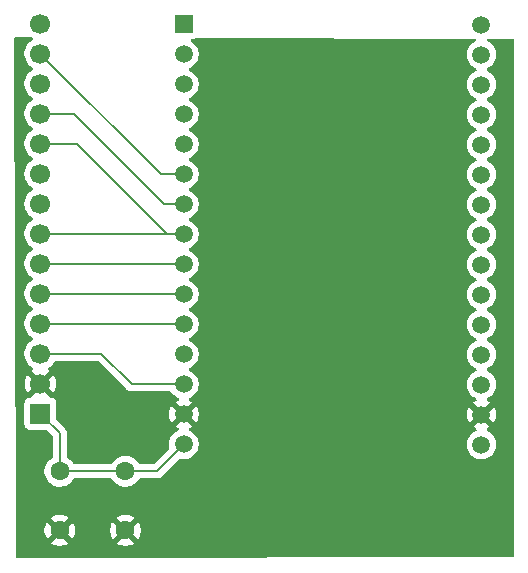
<source format=gbr>
%TF.GenerationSoftware,KiCad,Pcbnew,9.0.4*%
%TF.CreationDate,2026-02-18T17:55:14-08:00*%
%TF.ProjectId,Tool-Display-PCB,546f6f6c-2d44-4697-9370-6c61792d5043,rev?*%
%TF.SameCoordinates,Original*%
%TF.FileFunction,Copper,L1,Top*%
%TF.FilePolarity,Positive*%
%FSLAX46Y46*%
G04 Gerber Fmt 4.6, Leading zero omitted, Abs format (unit mm)*
G04 Created by KiCad (PCBNEW 9.0.4) date 2026-02-18 17:55:14*
%MOMM*%
%LPD*%
G01*
G04 APERTURE LIST*
%TA.AperFunction,ComponentPad*%
%ADD10C,1.600000*%
%TD*%
%TA.AperFunction,ComponentPad*%
%ADD11C,1.700000*%
%TD*%
%TA.AperFunction,ComponentPad*%
%ADD12R,1.700000X1.700000*%
%TD*%
%TA.AperFunction,ComponentPad*%
%ADD13C,1.500000*%
%TD*%
%TA.AperFunction,ComponentPad*%
%ADD14R,1.500000X1.500000*%
%TD*%
%TA.AperFunction,Conductor*%
%ADD15C,0.200000*%
%TD*%
G04 APERTURE END LIST*
D10*
%TO.P,C1,1*%
%TO.N,GND*%
X109990000Y-107530000D03*
%TO.P,C1,2*%
%TO.N,Net-(J1-Pin_1)*%
X109990000Y-102530000D03*
%TD*%
D11*
%TO.P,J1,CS,Pin_3*%
%TO.N,Net-(J1-Pin_3)*%
X102790000Y-92570000D03*
%TO.P,J1,DC,Pin_5*%
%TO.N,Net-(J1-Pin_5)*%
X102790000Y-87490000D03*
%TO.P,J1,GND,Pin_2*%
%TO.N,GND*%
X102790000Y-95110000D03*
%TO.P,J1,LED,Pin_8*%
%TO.N,Net-(J1-Pin_1)*%
X102790000Y-79870000D03*
%TO.P,J1,MISO,Pin_9*%
%TO.N,unconnected-(J1-Pin_9-PadMISO)*%
X102790000Y-77330000D03*
%TO.P,J1,MOSI,Pin_6*%
%TO.N,Net-(J1-Pin_12)*%
X102790000Y-84950000D03*
%TO.P,J1,RST,Pin_4*%
%TO.N,Net-(J1-Pin_4)*%
X102790000Y-90030000D03*
%TO.P,J1,SCK,Pin_7*%
%TO.N,Net-(J1-Pin_10)*%
X102790000Y-82410000D03*
%TO.P,J1,T_CLK,Pin_10*%
X102790000Y-74790000D03*
%TO.P,J1,T_CS*%
%TO.N,Net-(J2-Pin_9)*%
X102790000Y-72250000D03*
%TO.P,J1,T_DIN,Pin_12*%
%TO.N,Net-(J1-Pin_12)*%
X102790000Y-69710000D03*
%TO.P,J1,T_DO*%
%TO.N,Net-(J2-Pin_10)*%
X102790000Y-67170000D03*
%TO.P,J1,T_IRQ*%
%TO.N,unconnected-(J1-PadT_IRQ)*%
X102790000Y-64630000D03*
D12*
%TO.P,J1,VCC,Pin_1*%
%TO.N,Net-(J1-Pin_1)*%
X102790000Y-97650000D03*
%TD*%
D10*
%TO.P,C2,1*%
%TO.N,GND*%
X104430000Y-107530000D03*
%TO.P,C2,2*%
%TO.N,Net-(J1-Pin_1)*%
X104430000Y-102530000D03*
%TD*%
D13*
%TO.P,J2,1,Pin_17*%
%TO.N,unconnected-(J2-Pin_17-Pad1)*%
X140130000Y-69790000D03*
%TO.P,J2,2,Pin_27*%
%TO.N,unconnected-(J2-Pin_27-Pad2)*%
X140130000Y-92650000D03*
%TO.P,J2,3,Pin_18*%
%TO.N,unconnected-(J2-Pin_18-Pad3)*%
X140130000Y-72330000D03*
%TO.P,J2,3.3V*%
%TO.N,N/C*%
X140130000Y-100270000D03*
%TO.P,J2,4,Pin_25*%
%TO.N,unconnected-(J2-Pin_25-Pad4)*%
X140130000Y-90110000D03*
%TO.P,J2,5,Pin_22*%
%TO.N,unconnected-(J2-Pin_22-Pad5)*%
X140130000Y-82490000D03*
%TO.P,J2,12,Pin_4*%
%TO.N,unconnected-(J2-Pin_4-Pad12)*%
X114930000Y-92610000D03*
%TO.P,J2,13,Pin_3*%
%TO.N,Net-(J1-Pin_3)*%
X114930000Y-95150000D03*
%TO.P,J2,14,Pin_5*%
%TO.N,Net-(J1-Pin_4)*%
X114930000Y-90070000D03*
%TO.P,J2,15,Pin_28*%
%TO.N,unconnected-(J2-Pin_28-Pad15)*%
X140130000Y-95190000D03*
%TO.P,J2,16,Pin_24*%
%TO.N,unconnected-(J2-Pin_24-Pad16)*%
X140130000Y-87570000D03*
%TO.P,J2,17,Pin_23*%
%TO.N,unconnected-(J2-Pin_23-Pad17)*%
X140130000Y-85030000D03*
%TO.P,J2,18,Pin_21*%
%TO.N,unconnected-(J2-Pin_21-Pad18)*%
X140130000Y-79950000D03*
%TO.P,J2,19,Pin_20*%
%TO.N,unconnected-(J2-Pin_20-Pad19)*%
X140130000Y-77410000D03*
%TO.P,J2,21,Pin_19*%
%TO.N,unconnected-(J2-Pin_19-Pad21)*%
X140130000Y-74870000D03*
%TO.P,J2,22,Pin_16*%
%TO.N,unconnected-(J2-Pin_16-Pad22)*%
X140130000Y-67250000D03*
%TO.P,J2,23,Pin_15*%
%TO.N,unconnected-(J2-Pin_15-Pad23)*%
X140130000Y-64710000D03*
%TO.P,J2,25,Pin_8*%
%TO.N,Net-(J1-Pin_10)*%
X114930000Y-82450000D03*
%TO.P,J2,26,Pin_7*%
%TO.N,Net-(J1-Pin_12)*%
X114930000Y-84990000D03*
%TO.P,J2,27,Pin_6*%
%TO.N,Net-(J1-Pin_5)*%
X114930000Y-87530000D03*
%TO.P,J2,32,Pin_10*%
%TO.N,Net-(J2-Pin_10)*%
X114930000Y-77370000D03*
%TO.P,J2,33,Pin_9*%
%TO.N,Net-(J2-Pin_9)*%
X114930000Y-79910000D03*
%TO.P,J2,34,Pin_12*%
%TO.N,unconnected-(J2-Pin_12-Pad34)*%
X114930000Y-72290000D03*
%TO.P,J2,35,Pin_11*%
%TO.N,unconnected-(J2-Pin_11-Pad35)*%
X114930000Y-74830000D03*
%TO.P,J2,36,36*%
%TO.N,unconnected-(J2-Pad36)*%
X114930000Y-67210000D03*
%TO.P,J2,39,Pin_13*%
%TO.N,unconnected-(J2-Pin_13-Pad39)*%
X114930000Y-69750000D03*
D14*
%TO.P,J2,EN,Pin_15*%
%TO.N,unconnected-(J2-Pin_15-PadEN)*%
X114930000Y-64670000D03*
D13*
%TO.P,J2,GND,Pin_2*%
%TO.N,GND*%
X114930000Y-97690000D03*
X140130000Y-97730000D03*
%TO.P,J2,VIN,3.3*%
%TO.N,Net-(J1-Pin_1)*%
X114930000Y-100230000D03*
%TD*%
D15*
%TO.N,Net-(J1-Pin_1)*%
X104430000Y-102530000D02*
X104430000Y-99290000D01*
X112630000Y-102530000D02*
X109990000Y-102530000D01*
X114930000Y-100230000D02*
X112630000Y-102530000D01*
X104430000Y-99290000D02*
X102790000Y-97650000D01*
X109990000Y-102530000D02*
X104430000Y-102530000D01*
%TO.N,Net-(J1-Pin_10)*%
X114930000Y-82450000D02*
X102830000Y-82450000D01*
X102790000Y-74790000D02*
X105870000Y-74790000D01*
X105870000Y-74790000D02*
X113530000Y-82450000D01*
X102830000Y-82450000D02*
X102790000Y-82410000D01*
X113530000Y-82450000D02*
X114930000Y-82450000D01*
%TO.N,Net-(J2-Pin_10)*%
X112990000Y-77370000D02*
X102790000Y-67170000D01*
X114930000Y-77370000D02*
X112990000Y-77370000D01*
%TO.N,Net-(J2-Pin_9)*%
X105590000Y-72250000D02*
X102790000Y-72250000D01*
X113250000Y-79910000D02*
X105590000Y-72250000D01*
X114930000Y-79910000D02*
X113250000Y-79910000D01*
%TO.N,Net-(J1-Pin_5)*%
X102830000Y-87530000D02*
X102790000Y-87490000D01*
X114930000Y-87530000D02*
X102830000Y-87530000D01*
%TO.N,Net-(J1-Pin_4)*%
X114930000Y-90070000D02*
X102830000Y-90070000D01*
X102830000Y-90070000D02*
X102790000Y-90030000D01*
%TO.N,Net-(J1-Pin_12)*%
X114930000Y-84990000D02*
X102830000Y-84990000D01*
X102830000Y-84990000D02*
X102790000Y-84950000D01*
%TO.N,Net-(J1-Pin_3)*%
X107930000Y-92570000D02*
X102790000Y-92570000D01*
X110510000Y-95150000D02*
X107930000Y-92570000D01*
X114930000Y-95150000D02*
X110510000Y-95150000D01*
%TD*%
%TA.AperFunction,Conductor*%
%TO.N,GND*%
G36*
X101987932Y-65745504D02*
G01*
X102004945Y-65750569D01*
X102022699Y-65750615D01*
X102054766Y-65765358D01*
X102057596Y-65767187D01*
X102082184Y-65785051D01*
X102096613Y-65792402D01*
X102101956Y-65795856D01*
X102120782Y-65817695D01*
X102141742Y-65837491D01*
X102143311Y-65843830D01*
X102147576Y-65848777D01*
X102151605Y-65877325D01*
X102158536Y-65905312D01*
X102156429Y-65911494D01*
X102157342Y-65917961D01*
X102145299Y-65944153D01*
X102135998Y-65971447D01*
X102130882Y-65975509D01*
X102128155Y-65981442D01*
X102090946Y-66010484D01*
X102082182Y-66014949D01*
X101910213Y-66139890D01*
X101759890Y-66290213D01*
X101634951Y-66462179D01*
X101538444Y-66651585D01*
X101472753Y-66853760D01*
X101439500Y-67063713D01*
X101439500Y-67276286D01*
X101472753Y-67486239D01*
X101472753Y-67486241D01*
X101472754Y-67486243D01*
X101527431Y-67654522D01*
X101538444Y-67688414D01*
X101634951Y-67877820D01*
X101759890Y-68049786D01*
X101910213Y-68200109D01*
X102082182Y-68325050D01*
X102090946Y-68329516D01*
X102141742Y-68377491D01*
X102158536Y-68445312D01*
X102135998Y-68511447D01*
X102090946Y-68550484D01*
X102082182Y-68554949D01*
X101910213Y-68679890D01*
X101759890Y-68830213D01*
X101634951Y-69002179D01*
X101538444Y-69191585D01*
X101472753Y-69393760D01*
X101439500Y-69603713D01*
X101439500Y-69816286D01*
X101472753Y-70026239D01*
X101538444Y-70228414D01*
X101634951Y-70417820D01*
X101759890Y-70589786D01*
X101910213Y-70740109D01*
X102082182Y-70865050D01*
X102090946Y-70869516D01*
X102141742Y-70917491D01*
X102158536Y-70985312D01*
X102135998Y-71051447D01*
X102090946Y-71090484D01*
X102082182Y-71094949D01*
X101910213Y-71219890D01*
X101759890Y-71370213D01*
X101634951Y-71542179D01*
X101538444Y-71731585D01*
X101472753Y-71933760D01*
X101439500Y-72143713D01*
X101439500Y-72356286D01*
X101472753Y-72566239D01*
X101538444Y-72768414D01*
X101634951Y-72957820D01*
X101759890Y-73129786D01*
X101910213Y-73280109D01*
X102082182Y-73405050D01*
X102090946Y-73409516D01*
X102141742Y-73457491D01*
X102158536Y-73525312D01*
X102135998Y-73591447D01*
X102090946Y-73630484D01*
X102082182Y-73634949D01*
X101910213Y-73759890D01*
X101759890Y-73910213D01*
X101634951Y-74082179D01*
X101538444Y-74271585D01*
X101472753Y-74473760D01*
X101439500Y-74683713D01*
X101439500Y-74896286D01*
X101472753Y-75106239D01*
X101538444Y-75308414D01*
X101634951Y-75497820D01*
X101759890Y-75669786D01*
X101910213Y-75820109D01*
X102082182Y-75945050D01*
X102090946Y-75949516D01*
X102141742Y-75997491D01*
X102158536Y-76065312D01*
X102135998Y-76131447D01*
X102090946Y-76170484D01*
X102082182Y-76174949D01*
X101910213Y-76299890D01*
X101759890Y-76450213D01*
X101634951Y-76622179D01*
X101538444Y-76811585D01*
X101472753Y-77013760D01*
X101456374Y-77117173D01*
X101439500Y-77223713D01*
X101439500Y-77436287D01*
X101472754Y-77646243D01*
X101502800Y-77738716D01*
X101538444Y-77848414D01*
X101634951Y-78037820D01*
X101759890Y-78209786D01*
X101910213Y-78360109D01*
X102082182Y-78485050D01*
X102090946Y-78489516D01*
X102141742Y-78537491D01*
X102158536Y-78605312D01*
X102135998Y-78671447D01*
X102090946Y-78710484D01*
X102082182Y-78714949D01*
X101910213Y-78839890D01*
X101759890Y-78990213D01*
X101634951Y-79162179D01*
X101538444Y-79351585D01*
X101472753Y-79553760D01*
X101456374Y-79657173D01*
X101439500Y-79763713D01*
X101439500Y-79976287D01*
X101472754Y-80186243D01*
X101502800Y-80278716D01*
X101538444Y-80388414D01*
X101634951Y-80577820D01*
X101759890Y-80749786D01*
X101910213Y-80900109D01*
X102082182Y-81025050D01*
X102090946Y-81029516D01*
X102141742Y-81077491D01*
X102158536Y-81145312D01*
X102135998Y-81211447D01*
X102090946Y-81250484D01*
X102082182Y-81254949D01*
X101910213Y-81379890D01*
X101759890Y-81530213D01*
X101634951Y-81702179D01*
X101538444Y-81891585D01*
X101472753Y-82093760D01*
X101439500Y-82303713D01*
X101439500Y-82516286D01*
X101472753Y-82726239D01*
X101538444Y-82928414D01*
X101634951Y-83117820D01*
X101759890Y-83289786D01*
X101910213Y-83440109D01*
X102082182Y-83565050D01*
X102090946Y-83569516D01*
X102141742Y-83617491D01*
X102158536Y-83685312D01*
X102135998Y-83751447D01*
X102090946Y-83790484D01*
X102082182Y-83794949D01*
X101910213Y-83919890D01*
X101759890Y-84070213D01*
X101634951Y-84242179D01*
X101538444Y-84431585D01*
X101472753Y-84633760D01*
X101439500Y-84843713D01*
X101439500Y-85056286D01*
X101472753Y-85266239D01*
X101538444Y-85468414D01*
X101634951Y-85657820D01*
X101759890Y-85829786D01*
X101910213Y-85980109D01*
X102082182Y-86105050D01*
X102090946Y-86109516D01*
X102141742Y-86157491D01*
X102158536Y-86225312D01*
X102135998Y-86291447D01*
X102090946Y-86330484D01*
X102082182Y-86334949D01*
X101910213Y-86459890D01*
X101759890Y-86610213D01*
X101634951Y-86782179D01*
X101538444Y-86971585D01*
X101472753Y-87173760D01*
X101439500Y-87383713D01*
X101439500Y-87596286D01*
X101472753Y-87806239D01*
X101538444Y-88008414D01*
X101634951Y-88197820D01*
X101759890Y-88369786D01*
X101910213Y-88520109D01*
X102082182Y-88645050D01*
X102090946Y-88649516D01*
X102141742Y-88697491D01*
X102158536Y-88765312D01*
X102135998Y-88831447D01*
X102090946Y-88870484D01*
X102082182Y-88874949D01*
X101910213Y-88999890D01*
X101759890Y-89150213D01*
X101634951Y-89322179D01*
X101538444Y-89511585D01*
X101472753Y-89713760D01*
X101439500Y-89923713D01*
X101439500Y-90136286D01*
X101472753Y-90346239D01*
X101538444Y-90548414D01*
X101634951Y-90737820D01*
X101759890Y-90909786D01*
X101910213Y-91060109D01*
X102082182Y-91185050D01*
X102090946Y-91189516D01*
X102141742Y-91237491D01*
X102158536Y-91305312D01*
X102135998Y-91371447D01*
X102090946Y-91410484D01*
X102082182Y-91414949D01*
X101910213Y-91539890D01*
X101759890Y-91690213D01*
X101634951Y-91862179D01*
X101538444Y-92051585D01*
X101472753Y-92253760D01*
X101439500Y-92463713D01*
X101439500Y-92676286D01*
X101472753Y-92886239D01*
X101538444Y-93088414D01*
X101634951Y-93277820D01*
X101759890Y-93449786D01*
X101910213Y-93600109D01*
X102082179Y-93725048D01*
X102082181Y-93725049D01*
X102082184Y-93725051D01*
X102091493Y-93729794D01*
X102142290Y-93777766D01*
X102159087Y-93845587D01*
X102136552Y-93911722D01*
X102091505Y-93950760D01*
X102082446Y-93955376D01*
X102082440Y-93955380D01*
X102028282Y-93994727D01*
X102028282Y-93994728D01*
X102660591Y-94627037D01*
X102597007Y-94644075D01*
X102482993Y-94709901D01*
X102389901Y-94802993D01*
X102324075Y-94917007D01*
X102307037Y-94980591D01*
X101674728Y-94348282D01*
X101674727Y-94348282D01*
X101635380Y-94402439D01*
X101538904Y-94591782D01*
X101473242Y-94793869D01*
X101473242Y-94793872D01*
X101440000Y-95003753D01*
X101440000Y-95216246D01*
X101473242Y-95426127D01*
X101473242Y-95426130D01*
X101538904Y-95628217D01*
X101635375Y-95817550D01*
X101674728Y-95871716D01*
X102307037Y-95239408D01*
X102324075Y-95302993D01*
X102389901Y-95417007D01*
X102482993Y-95510099D01*
X102597007Y-95575925D01*
X102660590Y-95592962D01*
X101990370Y-96263181D01*
X101929047Y-96296666D01*
X101902698Y-96299500D01*
X101892134Y-96299500D01*
X101892123Y-96299501D01*
X101832516Y-96305908D01*
X101697671Y-96356202D01*
X101697664Y-96356206D01*
X101582455Y-96442452D01*
X101582452Y-96442455D01*
X101496206Y-96557664D01*
X101496202Y-96557671D01*
X101445908Y-96692517D01*
X101439501Y-96752116D01*
X101439501Y-96752123D01*
X101439500Y-96752135D01*
X101439500Y-98547870D01*
X101439501Y-98547876D01*
X101445908Y-98607483D01*
X101496202Y-98742328D01*
X101496206Y-98742335D01*
X101582452Y-98857544D01*
X101582455Y-98857547D01*
X101697664Y-98943793D01*
X101697671Y-98943797D01*
X101832517Y-98994091D01*
X101832516Y-98994091D01*
X101839444Y-98994835D01*
X101892127Y-99000500D01*
X103239902Y-99000499D01*
X103306941Y-99020184D01*
X103327583Y-99036818D01*
X103793181Y-99502416D01*
X103826666Y-99563739D01*
X103829500Y-99590097D01*
X103829500Y-101300397D01*
X103809815Y-101367436D01*
X103761800Y-101410879D01*
X103748389Y-101417712D01*
X103582786Y-101538028D01*
X103438028Y-101682786D01*
X103317715Y-101848386D01*
X103224781Y-102030776D01*
X103161522Y-102225465D01*
X103129500Y-102427648D01*
X103129500Y-102632351D01*
X103161522Y-102834534D01*
X103224781Y-103029223D01*
X103317715Y-103211613D01*
X103438028Y-103377213D01*
X103582786Y-103521971D01*
X103737749Y-103634556D01*
X103748390Y-103642287D01*
X103864607Y-103701503D01*
X103930776Y-103735218D01*
X103930778Y-103735218D01*
X103930781Y-103735220D01*
X104035137Y-103769127D01*
X104125465Y-103798477D01*
X104226557Y-103814488D01*
X104327648Y-103830500D01*
X104327649Y-103830500D01*
X104532351Y-103830500D01*
X104532352Y-103830500D01*
X104734534Y-103798477D01*
X104929219Y-103735220D01*
X105111610Y-103642287D01*
X105204590Y-103574732D01*
X105277213Y-103521971D01*
X105277215Y-103521968D01*
X105277219Y-103521966D01*
X105421966Y-103377219D01*
X105421968Y-103377215D01*
X105421971Y-103377213D01*
X105542284Y-103211614D01*
X105542285Y-103211613D01*
X105542287Y-103211610D01*
X105549117Y-103198204D01*
X105597091Y-103147409D01*
X105659602Y-103130500D01*
X108760398Y-103130500D01*
X108827437Y-103150185D01*
X108870883Y-103198205D01*
X108877715Y-103211614D01*
X108998028Y-103377213D01*
X109142786Y-103521971D01*
X109297749Y-103634556D01*
X109308390Y-103642287D01*
X109424607Y-103701503D01*
X109490776Y-103735218D01*
X109490778Y-103735218D01*
X109490781Y-103735220D01*
X109595137Y-103769127D01*
X109685465Y-103798477D01*
X109786557Y-103814488D01*
X109887648Y-103830500D01*
X109887649Y-103830500D01*
X110092351Y-103830500D01*
X110092352Y-103830500D01*
X110294534Y-103798477D01*
X110489219Y-103735220D01*
X110671610Y-103642287D01*
X110764590Y-103574732D01*
X110837213Y-103521971D01*
X110837215Y-103521968D01*
X110837219Y-103521966D01*
X110981966Y-103377219D01*
X110981968Y-103377215D01*
X110981971Y-103377213D01*
X111102284Y-103211614D01*
X111102285Y-103211613D01*
X111102287Y-103211610D01*
X111109117Y-103198204D01*
X111157091Y-103147409D01*
X111219602Y-103130500D01*
X112543331Y-103130500D01*
X112543347Y-103130501D01*
X112550943Y-103130501D01*
X112709054Y-103130501D01*
X112709057Y-103130501D01*
X112861785Y-103089577D01*
X112911904Y-103060639D01*
X112998716Y-103010520D01*
X113110520Y-102898716D01*
X113110520Y-102898714D01*
X113120728Y-102888507D01*
X113120730Y-102888504D01*
X114525468Y-101483765D01*
X114586789Y-101450282D01*
X114632546Y-101448975D01*
X114637168Y-101449707D01*
X114637174Y-101449709D01*
X114754642Y-101468313D01*
X114831579Y-101480500D01*
X114831583Y-101480500D01*
X115028422Y-101480500D01*
X115222826Y-101449709D01*
X115225085Y-101448975D01*
X115410025Y-101388884D01*
X115585405Y-101299524D01*
X115744646Y-101183828D01*
X115883828Y-101044646D01*
X115999524Y-100885405D01*
X116088884Y-100710025D01*
X116149709Y-100522826D01*
X116180500Y-100328422D01*
X116180500Y-100131577D01*
X116149709Y-99937173D01*
X116088882Y-99749970D01*
X116019904Y-99614594D01*
X115999524Y-99574595D01*
X115883828Y-99415354D01*
X115744646Y-99276172D01*
X115585405Y-99160476D01*
X115410025Y-99071116D01*
X115410024Y-99071115D01*
X115408235Y-99070204D01*
X115357439Y-99022230D01*
X115340644Y-98954409D01*
X115363181Y-98888274D01*
X115408236Y-98849234D01*
X115585141Y-98759097D01*
X115620125Y-98733678D01*
X115620126Y-98733678D01*
X115018585Y-98132137D01*
X115103694Y-98109333D01*
X115206306Y-98050090D01*
X115290090Y-97966306D01*
X115349333Y-97863694D01*
X115372137Y-97778585D01*
X115973678Y-98380126D01*
X115973678Y-98380125D01*
X115999095Y-98345143D01*
X116088418Y-98169835D01*
X116149221Y-97982705D01*
X116180000Y-97788382D01*
X116180000Y-97591617D01*
X116149221Y-97397294D01*
X116088418Y-97210164D01*
X115999096Y-97034858D01*
X115973678Y-96999873D01*
X115973677Y-96999873D01*
X115372137Y-97601413D01*
X115349333Y-97516306D01*
X115290090Y-97413694D01*
X115206306Y-97329910D01*
X115103694Y-97270667D01*
X115018584Y-97247861D01*
X115620125Y-96646320D01*
X115620125Y-96646319D01*
X115585145Y-96620905D01*
X115408235Y-96530765D01*
X115357439Y-96482790D01*
X115340644Y-96414969D01*
X115363182Y-96348834D01*
X115408236Y-96309795D01*
X115410022Y-96308884D01*
X115410025Y-96308884D01*
X115585405Y-96219524D01*
X115744646Y-96103828D01*
X115883828Y-95964646D01*
X115999524Y-95805405D01*
X116088884Y-95630025D01*
X116149709Y-95442826D01*
X116153798Y-95417007D01*
X116180500Y-95248422D01*
X116180500Y-95051577D01*
X116149709Y-94857173D01*
X116088882Y-94669970D01*
X116008994Y-94513181D01*
X115999524Y-94494595D01*
X115883828Y-94335354D01*
X115744646Y-94196172D01*
X115640457Y-94120474D01*
X115585403Y-94080474D01*
X115408787Y-93990485D01*
X115357990Y-93942511D01*
X115341195Y-93874690D01*
X115363732Y-93808555D01*
X115408787Y-93769515D01*
X115585403Y-93679525D01*
X115585402Y-93679525D01*
X115585405Y-93679524D01*
X115744646Y-93563828D01*
X115883828Y-93424646D01*
X115999524Y-93265405D01*
X116088884Y-93090025D01*
X116149709Y-92902826D01*
X116180500Y-92708422D01*
X116180500Y-92511577D01*
X116149709Y-92317173D01*
X116088882Y-92129970D01*
X116041743Y-92037455D01*
X115999524Y-91954595D01*
X115883828Y-91795354D01*
X115744646Y-91656172D01*
X115640457Y-91580474D01*
X115585403Y-91540474D01*
X115408787Y-91450485D01*
X115357990Y-91402511D01*
X115341195Y-91334690D01*
X115363732Y-91268555D01*
X115408787Y-91229515D01*
X115585403Y-91139525D01*
X115585402Y-91139525D01*
X115585405Y-91139524D01*
X115744646Y-91023828D01*
X115883828Y-90884646D01*
X115999524Y-90725405D01*
X116088884Y-90550025D01*
X116149709Y-90362826D01*
X116180500Y-90168422D01*
X116180500Y-89971577D01*
X116149709Y-89777173D01*
X116088882Y-89589970D01*
X116017469Y-89449815D01*
X115999524Y-89414595D01*
X115883828Y-89255354D01*
X115744646Y-89116172D01*
X115640457Y-89040474D01*
X115585403Y-89000474D01*
X115408787Y-88910485D01*
X115357990Y-88862511D01*
X115341195Y-88794690D01*
X115363732Y-88728555D01*
X115408787Y-88689515D01*
X115585403Y-88599525D01*
X115585402Y-88599525D01*
X115585405Y-88599524D01*
X115744646Y-88483828D01*
X115883828Y-88344646D01*
X115999524Y-88185405D01*
X116088884Y-88010025D01*
X116149709Y-87822826D01*
X116180500Y-87628422D01*
X116180500Y-87431577D01*
X116149709Y-87237173D01*
X116088882Y-87049970D01*
X116017469Y-86909815D01*
X115999524Y-86874595D01*
X115883828Y-86715354D01*
X115744646Y-86576172D01*
X115640457Y-86500474D01*
X115585403Y-86460474D01*
X115408787Y-86370485D01*
X115357990Y-86322511D01*
X115341195Y-86254690D01*
X115363732Y-86188555D01*
X115408787Y-86149515D01*
X115585403Y-86059525D01*
X115585402Y-86059525D01*
X115585405Y-86059524D01*
X115744646Y-85943828D01*
X115883828Y-85804646D01*
X115999524Y-85645405D01*
X116088884Y-85470025D01*
X116149709Y-85282826D01*
X116180500Y-85088422D01*
X116180500Y-84891577D01*
X116149709Y-84697173D01*
X116088882Y-84509970D01*
X116017469Y-84369815D01*
X115999524Y-84334595D01*
X115883828Y-84175354D01*
X115744646Y-84036172D01*
X115640457Y-83960474D01*
X115585403Y-83920474D01*
X115408787Y-83830485D01*
X115357990Y-83782511D01*
X115341195Y-83714690D01*
X115363732Y-83648555D01*
X115408787Y-83609515D01*
X115585403Y-83519525D01*
X115585402Y-83519525D01*
X115585405Y-83519524D01*
X115744646Y-83403828D01*
X115883828Y-83264646D01*
X115999524Y-83105405D01*
X116088884Y-82930025D01*
X116149709Y-82742826D01*
X116180500Y-82548422D01*
X116180500Y-82351577D01*
X116149709Y-82157173D01*
X116088882Y-81969970D01*
X116014897Y-81824767D01*
X115999524Y-81794595D01*
X115883828Y-81635354D01*
X115744646Y-81496172D01*
X115640457Y-81420474D01*
X115585403Y-81380474D01*
X115408787Y-81290485D01*
X115357990Y-81242511D01*
X115341195Y-81174690D01*
X115363732Y-81108555D01*
X115408787Y-81069515D01*
X115585403Y-80979525D01*
X115585402Y-80979525D01*
X115585405Y-80979524D01*
X115744646Y-80863828D01*
X115883828Y-80724646D01*
X115999524Y-80565405D01*
X116088884Y-80390025D01*
X116149709Y-80202826D01*
X116180500Y-80008422D01*
X116180500Y-79811577D01*
X116149709Y-79617173D01*
X116088882Y-79429970D01*
X116003157Y-79261726D01*
X115999524Y-79254595D01*
X115883828Y-79095354D01*
X115744646Y-78956172D01*
X115640457Y-78880474D01*
X115585403Y-78840474D01*
X115408787Y-78750485D01*
X115357990Y-78702511D01*
X115341195Y-78634690D01*
X115363732Y-78568555D01*
X115408787Y-78529515D01*
X115585403Y-78439525D01*
X115585402Y-78439525D01*
X115585405Y-78439524D01*
X115744646Y-78323828D01*
X115883828Y-78184646D01*
X115999524Y-78025405D01*
X116088884Y-77850025D01*
X116149709Y-77662826D01*
X116180500Y-77468422D01*
X116180500Y-77271577D01*
X116149709Y-77077173D01*
X116088882Y-76889970D01*
X116008994Y-76733181D01*
X115999524Y-76714595D01*
X115883828Y-76555354D01*
X115744646Y-76416172D01*
X115640457Y-76340474D01*
X115585403Y-76300474D01*
X115408787Y-76210485D01*
X115357990Y-76162511D01*
X115341195Y-76094690D01*
X115363732Y-76028555D01*
X115408787Y-75989515D01*
X115585403Y-75899525D01*
X115585402Y-75899525D01*
X115585405Y-75899524D01*
X115744646Y-75783828D01*
X115883828Y-75644646D01*
X115999524Y-75485405D01*
X116088884Y-75310025D01*
X116149709Y-75122826D01*
X116180500Y-74928422D01*
X116180500Y-74731577D01*
X116149709Y-74537173D01*
X116088882Y-74349970D01*
X116041743Y-74257455D01*
X115999524Y-74174595D01*
X115883828Y-74015354D01*
X115744646Y-73876172D01*
X115640457Y-73800474D01*
X115585403Y-73760474D01*
X115408787Y-73670485D01*
X115357990Y-73622511D01*
X115341195Y-73554690D01*
X115363732Y-73488555D01*
X115408787Y-73449515D01*
X115585403Y-73359525D01*
X115585402Y-73359525D01*
X115585405Y-73359524D01*
X115744646Y-73243828D01*
X115883828Y-73104646D01*
X115999524Y-72945405D01*
X116088884Y-72770025D01*
X116149709Y-72582826D01*
X116180500Y-72388422D01*
X116180500Y-72191577D01*
X116149709Y-71997173D01*
X116088882Y-71809970D01*
X116041743Y-71717455D01*
X115999524Y-71634595D01*
X115883828Y-71475354D01*
X115744646Y-71336172D01*
X115640457Y-71260474D01*
X115585403Y-71220474D01*
X115408787Y-71130485D01*
X115357990Y-71082511D01*
X115341195Y-71014690D01*
X115363732Y-70948555D01*
X115408787Y-70909515D01*
X115585403Y-70819525D01*
X115585402Y-70819525D01*
X115585405Y-70819524D01*
X115744646Y-70703828D01*
X115883828Y-70564646D01*
X115999524Y-70405405D01*
X116088884Y-70230025D01*
X116149709Y-70042826D01*
X116180500Y-69848422D01*
X116180500Y-69651577D01*
X116149709Y-69457173D01*
X116088882Y-69269970D01*
X115999523Y-69094594D01*
X115883828Y-68935354D01*
X115744646Y-68796172D01*
X115640457Y-68720474D01*
X115585403Y-68680474D01*
X115408787Y-68590485D01*
X115357990Y-68542511D01*
X115341195Y-68474690D01*
X115363732Y-68408555D01*
X115408787Y-68369515D01*
X115585403Y-68279525D01*
X115585402Y-68279525D01*
X115585405Y-68279524D01*
X115744646Y-68163828D01*
X115883828Y-68024646D01*
X115999524Y-67865405D01*
X116088884Y-67690025D01*
X116149709Y-67502826D01*
X116180500Y-67308422D01*
X116180500Y-67111577D01*
X116149709Y-66917173D01*
X116088882Y-66729970D01*
X115999523Y-66554594D01*
X115883828Y-66395354D01*
X115744646Y-66256172D01*
X115591377Y-66144815D01*
X115548714Y-66089487D01*
X115542735Y-66019873D01*
X115575341Y-65958078D01*
X115636180Y-65923721D01*
X115664264Y-65920499D01*
X115727872Y-65920499D01*
X115787483Y-65914091D01*
X115922331Y-65863796D01*
X115976389Y-65823328D01*
X116041848Y-65798912D01*
X116051135Y-65798597D01*
X139534049Y-65887254D01*
X139601013Y-65907191D01*
X139646568Y-65960168D01*
X139656250Y-66029363D01*
X139626986Y-66092809D01*
X139589875Y-66121738D01*
X139474594Y-66180476D01*
X139383741Y-66246485D01*
X139315354Y-66296172D01*
X139315352Y-66296174D01*
X139315351Y-66296174D01*
X139176174Y-66435351D01*
X139176174Y-66435352D01*
X139176172Y-66435354D01*
X139156679Y-66462184D01*
X139060476Y-66594594D01*
X138971117Y-66769970D01*
X138910290Y-66957173D01*
X138879500Y-67151577D01*
X138879500Y-67348422D01*
X138910290Y-67542826D01*
X138971117Y-67730029D01*
X139040095Y-67865405D01*
X139060476Y-67905405D01*
X139176172Y-68064646D01*
X139315354Y-68203828D01*
X139474595Y-68319524D01*
X139588362Y-68377491D01*
X139651213Y-68409515D01*
X139702009Y-68457489D01*
X139718804Y-68525310D01*
X139696267Y-68591445D01*
X139651213Y-68630485D01*
X139474594Y-68720476D01*
X139383741Y-68786485D01*
X139315354Y-68836172D01*
X139315352Y-68836174D01*
X139315351Y-68836174D01*
X139176174Y-68975351D01*
X139176174Y-68975352D01*
X139176172Y-68975354D01*
X139156679Y-69002184D01*
X139060476Y-69134594D01*
X138971117Y-69309970D01*
X138910290Y-69497173D01*
X138879500Y-69691577D01*
X138879500Y-69888422D01*
X138910290Y-70082826D01*
X138971117Y-70270029D01*
X139040095Y-70405405D01*
X139060476Y-70445405D01*
X139176172Y-70604646D01*
X139315354Y-70743828D01*
X139474595Y-70859524D01*
X139588362Y-70917491D01*
X139651213Y-70949515D01*
X139702009Y-70997489D01*
X139718804Y-71065310D01*
X139696267Y-71131445D01*
X139651213Y-71170485D01*
X139474594Y-71260476D01*
X139383741Y-71326485D01*
X139315354Y-71376172D01*
X139315352Y-71376174D01*
X139315351Y-71376174D01*
X139176174Y-71515351D01*
X139176174Y-71515352D01*
X139176172Y-71515354D01*
X139156679Y-71542184D01*
X139060476Y-71674594D01*
X138971117Y-71849970D01*
X138910290Y-72037173D01*
X138879500Y-72231577D01*
X138879500Y-72428422D01*
X138910290Y-72622826D01*
X138971117Y-72810029D01*
X139010244Y-72886819D01*
X139060476Y-72985405D01*
X139176172Y-73144646D01*
X139315354Y-73283828D01*
X139474595Y-73399524D01*
X139588362Y-73457491D01*
X139651213Y-73489515D01*
X139702009Y-73537489D01*
X139718804Y-73605310D01*
X139696267Y-73671445D01*
X139651213Y-73710485D01*
X139474594Y-73800476D01*
X139383741Y-73866485D01*
X139315354Y-73916172D01*
X139315352Y-73916174D01*
X139315351Y-73916174D01*
X139176174Y-74055351D01*
X139176174Y-74055352D01*
X139176172Y-74055354D01*
X139156679Y-74082184D01*
X139060476Y-74214594D01*
X138971117Y-74389970D01*
X138910290Y-74577173D01*
X138879500Y-74771577D01*
X138879500Y-74968422D01*
X138910290Y-75162826D01*
X138971117Y-75350029D01*
X139010244Y-75426819D01*
X139060476Y-75525405D01*
X139176172Y-75684646D01*
X139315354Y-75823828D01*
X139474595Y-75939524D01*
X139588362Y-75997491D01*
X139651213Y-76029515D01*
X139702009Y-76077489D01*
X139718804Y-76145310D01*
X139696267Y-76211445D01*
X139651213Y-76250485D01*
X139474594Y-76340476D01*
X139383741Y-76406485D01*
X139315354Y-76456172D01*
X139315352Y-76456174D01*
X139315351Y-76456174D01*
X139176174Y-76595351D01*
X139176174Y-76595352D01*
X139176172Y-76595354D01*
X139156679Y-76622184D01*
X139060476Y-76754594D01*
X138971117Y-76929970D01*
X138910290Y-77117173D01*
X138879500Y-77311577D01*
X138879500Y-77508422D01*
X138910290Y-77702826D01*
X138971117Y-77890029D01*
X139040095Y-78025405D01*
X139060476Y-78065405D01*
X139176172Y-78224646D01*
X139315354Y-78363828D01*
X139474595Y-78479524D01*
X139588362Y-78537491D01*
X139651213Y-78569515D01*
X139702009Y-78617489D01*
X139718804Y-78685310D01*
X139696267Y-78751445D01*
X139651213Y-78790485D01*
X139474594Y-78880476D01*
X139383741Y-78946485D01*
X139315354Y-78996172D01*
X139315352Y-78996174D01*
X139315351Y-78996174D01*
X139176174Y-79135351D01*
X139176174Y-79135352D01*
X139176172Y-79135354D01*
X139156679Y-79162184D01*
X139060476Y-79294594D01*
X138971117Y-79469970D01*
X138910290Y-79657173D01*
X138879500Y-79851577D01*
X138879500Y-80048422D01*
X138910290Y-80242826D01*
X138971117Y-80430029D01*
X139040095Y-80565405D01*
X139060476Y-80605405D01*
X139176172Y-80764646D01*
X139315354Y-80903828D01*
X139474595Y-81019524D01*
X139588362Y-81077491D01*
X139651213Y-81109515D01*
X139702009Y-81157489D01*
X139718804Y-81225310D01*
X139696267Y-81291445D01*
X139651213Y-81330485D01*
X139474594Y-81420476D01*
X139383741Y-81486485D01*
X139315354Y-81536172D01*
X139315352Y-81536174D01*
X139315351Y-81536174D01*
X139176174Y-81675351D01*
X139176174Y-81675352D01*
X139176172Y-81675354D01*
X139156682Y-81702180D01*
X139060476Y-81834594D01*
X138971117Y-82009970D01*
X138910290Y-82197173D01*
X138879500Y-82391577D01*
X138879500Y-82588422D01*
X138910290Y-82782826D01*
X138971117Y-82970029D01*
X139040095Y-83105405D01*
X139060476Y-83145405D01*
X139176172Y-83304646D01*
X139315354Y-83443828D01*
X139474595Y-83559524D01*
X139588362Y-83617491D01*
X139651213Y-83649515D01*
X139702009Y-83697489D01*
X139718804Y-83765310D01*
X139696267Y-83831445D01*
X139651213Y-83870485D01*
X139474594Y-83960476D01*
X139383741Y-84026485D01*
X139315354Y-84076172D01*
X139315352Y-84076174D01*
X139315351Y-84076174D01*
X139176174Y-84215351D01*
X139176174Y-84215352D01*
X139176172Y-84215354D01*
X139156682Y-84242180D01*
X139060476Y-84374594D01*
X138971117Y-84549970D01*
X138910290Y-84737173D01*
X138879500Y-84931577D01*
X138879500Y-85128422D01*
X138910290Y-85322826D01*
X138971117Y-85510029D01*
X139040095Y-85645405D01*
X139060476Y-85685405D01*
X139176172Y-85844646D01*
X139315354Y-85983828D01*
X139474595Y-86099524D01*
X139588362Y-86157491D01*
X139651213Y-86189515D01*
X139702009Y-86237489D01*
X139718804Y-86305310D01*
X139696267Y-86371445D01*
X139651213Y-86410485D01*
X139474594Y-86500476D01*
X139383741Y-86566485D01*
X139315354Y-86616172D01*
X139315352Y-86616174D01*
X139315351Y-86616174D01*
X139176174Y-86755351D01*
X139176174Y-86755352D01*
X139176172Y-86755354D01*
X139156682Y-86782180D01*
X139060476Y-86914594D01*
X138971117Y-87089970D01*
X138910290Y-87277173D01*
X138879500Y-87471577D01*
X138879500Y-87668422D01*
X138910290Y-87862826D01*
X138971117Y-88050029D01*
X139040095Y-88185405D01*
X139060476Y-88225405D01*
X139176172Y-88384646D01*
X139315354Y-88523828D01*
X139474595Y-88639524D01*
X139588362Y-88697491D01*
X139651213Y-88729515D01*
X139702009Y-88777489D01*
X139718804Y-88845310D01*
X139696267Y-88911445D01*
X139651213Y-88950485D01*
X139474594Y-89040476D01*
X139383741Y-89106485D01*
X139315354Y-89156172D01*
X139315352Y-89156174D01*
X139315351Y-89156174D01*
X139176174Y-89295351D01*
X139176174Y-89295352D01*
X139176172Y-89295354D01*
X139156682Y-89322180D01*
X139060476Y-89454594D01*
X138971117Y-89629970D01*
X138910290Y-89817173D01*
X138879500Y-90011577D01*
X138879500Y-90208422D01*
X138910290Y-90402826D01*
X138971117Y-90590029D01*
X139040095Y-90725405D01*
X139060476Y-90765405D01*
X139176172Y-90924646D01*
X139315354Y-91063828D01*
X139474595Y-91179524D01*
X139588362Y-91237491D01*
X139651213Y-91269515D01*
X139702009Y-91317489D01*
X139718804Y-91385310D01*
X139696267Y-91451445D01*
X139651213Y-91490485D01*
X139474594Y-91580476D01*
X139383741Y-91646485D01*
X139315354Y-91696172D01*
X139315352Y-91696174D01*
X139315351Y-91696174D01*
X139176174Y-91835351D01*
X139176174Y-91835352D01*
X139176172Y-91835354D01*
X139156679Y-91862184D01*
X139060476Y-91994594D01*
X138971117Y-92169970D01*
X138910290Y-92357173D01*
X138879500Y-92551577D01*
X138879500Y-92748422D01*
X138910290Y-92942826D01*
X138971117Y-93130029D01*
X139010244Y-93206819D01*
X139060476Y-93305405D01*
X139176172Y-93464646D01*
X139315354Y-93603828D01*
X139474595Y-93719524D01*
X139588902Y-93777766D01*
X139651213Y-93809515D01*
X139702009Y-93857489D01*
X139718804Y-93925310D01*
X139696267Y-93991445D01*
X139651213Y-94030485D01*
X139474594Y-94120476D01*
X139383741Y-94186485D01*
X139315354Y-94236172D01*
X139315352Y-94236174D01*
X139315351Y-94236174D01*
X139176174Y-94375351D01*
X139176174Y-94375352D01*
X139176172Y-94375354D01*
X139126485Y-94443741D01*
X139060476Y-94534594D01*
X138971117Y-94709970D01*
X138910290Y-94897173D01*
X138879500Y-95091577D01*
X138879500Y-95288422D01*
X138910290Y-95482826D01*
X138971117Y-95670029D01*
X139040095Y-95805405D01*
X139060476Y-95845405D01*
X139176172Y-96004646D01*
X139315354Y-96143828D01*
X139434784Y-96230600D01*
X139474596Y-96259525D01*
X139651763Y-96349795D01*
X139702560Y-96397769D01*
X139719355Y-96465590D01*
X139696818Y-96531725D01*
X139651764Y-96570765D01*
X139474859Y-96660902D01*
X139439873Y-96686320D01*
X139439872Y-96686320D01*
X140041415Y-97287861D01*
X139956306Y-97310667D01*
X139853694Y-97369910D01*
X139769910Y-97453694D01*
X139710667Y-97556306D01*
X139687861Y-97641414D01*
X139086320Y-97039872D01*
X139086320Y-97039873D01*
X139060902Y-97074859D01*
X139060899Y-97074863D01*
X138971582Y-97250161D01*
X138910778Y-97437294D01*
X138880000Y-97631617D01*
X138880000Y-97828382D01*
X138910778Y-98022705D01*
X138971581Y-98209835D01*
X139060905Y-98385145D01*
X139086319Y-98420125D01*
X139086320Y-98420125D01*
X139687861Y-97818584D01*
X139710667Y-97903694D01*
X139769910Y-98006306D01*
X139853694Y-98090090D01*
X139956306Y-98149333D01*
X140041414Y-98172137D01*
X139439873Y-98773677D01*
X139439873Y-98773678D01*
X139474858Y-98799096D01*
X139651764Y-98889234D01*
X139702560Y-98937209D01*
X139719355Y-99005030D01*
X139696818Y-99071164D01*
X139651764Y-99110204D01*
X139474594Y-99200476D01*
X139460188Y-99210943D01*
X139315354Y-99316172D01*
X139315352Y-99316174D01*
X139315351Y-99316174D01*
X139176174Y-99455351D01*
X139176174Y-99455352D01*
X139176172Y-99455354D01*
X139141979Y-99502416D01*
X139060476Y-99614594D01*
X138971117Y-99789970D01*
X138910290Y-99977173D01*
X138879500Y-100171577D01*
X138879500Y-100368422D01*
X138910290Y-100562826D01*
X138971117Y-100750029D01*
X139040095Y-100885405D01*
X139060476Y-100925405D01*
X139176172Y-101084646D01*
X139315354Y-101223828D01*
X139474595Y-101339524D01*
X139529376Y-101367436D01*
X139649970Y-101428882D01*
X139649972Y-101428882D01*
X139649975Y-101428884D01*
X139715831Y-101450282D01*
X139837173Y-101489709D01*
X140031578Y-101520500D01*
X140031583Y-101520500D01*
X140228422Y-101520500D01*
X140422826Y-101489709D01*
X140451168Y-101480500D01*
X140610025Y-101428884D01*
X140785405Y-101339524D01*
X140944646Y-101223828D01*
X141083828Y-101084646D01*
X141199524Y-100925405D01*
X141288884Y-100750025D01*
X141349709Y-100562826D01*
X141380500Y-100368422D01*
X141380500Y-100171577D01*
X141349709Y-99977173D01*
X141288882Y-99789970D01*
X141199523Y-99614594D01*
X141170461Y-99574594D01*
X141083828Y-99455354D01*
X140944646Y-99316172D01*
X140785405Y-99200476D01*
X140610025Y-99111116D01*
X140610024Y-99111115D01*
X140608235Y-99110204D01*
X140557439Y-99062230D01*
X140540644Y-98994409D01*
X140563181Y-98928274D01*
X140608236Y-98889234D01*
X140785141Y-98799097D01*
X140820125Y-98773678D01*
X140820126Y-98773678D01*
X140218585Y-98172137D01*
X140303694Y-98149333D01*
X140406306Y-98090090D01*
X140490090Y-98006306D01*
X140549333Y-97903694D01*
X140572137Y-97818585D01*
X141173678Y-98420126D01*
X141173678Y-98420125D01*
X141199095Y-98385143D01*
X141288418Y-98209835D01*
X141349221Y-98022705D01*
X141380000Y-97828382D01*
X141380000Y-97631617D01*
X141349221Y-97437294D01*
X141288418Y-97250164D01*
X141199096Y-97074858D01*
X141173678Y-97039873D01*
X141173677Y-97039873D01*
X140572137Y-97641413D01*
X140549333Y-97556306D01*
X140490090Y-97453694D01*
X140406306Y-97369910D01*
X140303694Y-97310667D01*
X140218584Y-97287861D01*
X140820125Y-96686320D01*
X140820125Y-96686319D01*
X140785145Y-96660905D01*
X140608235Y-96570765D01*
X140557439Y-96522790D01*
X140540644Y-96454969D01*
X140563182Y-96388834D01*
X140608236Y-96349795D01*
X140610022Y-96348884D01*
X140610025Y-96348884D01*
X140785405Y-96259524D01*
X140944646Y-96143828D01*
X141083828Y-96004646D01*
X141199524Y-95845405D01*
X141288884Y-95670025D01*
X141349709Y-95482826D01*
X141360134Y-95417007D01*
X141380500Y-95288422D01*
X141380500Y-95091577D01*
X141349709Y-94897173D01*
X141288882Y-94709970D01*
X141241743Y-94617455D01*
X141199524Y-94534595D01*
X141083828Y-94375354D01*
X140944646Y-94236172D01*
X140865025Y-94178324D01*
X140785403Y-94120474D01*
X140608787Y-94030485D01*
X140557990Y-93982511D01*
X140541195Y-93914690D01*
X140563732Y-93848555D01*
X140608787Y-93809515D01*
X140774558Y-93725051D01*
X140785405Y-93719524D01*
X140944646Y-93603828D01*
X141083828Y-93464646D01*
X141199524Y-93305405D01*
X141288884Y-93130025D01*
X141349709Y-92942826D01*
X141358671Y-92886243D01*
X141380500Y-92748422D01*
X141380500Y-92551577D01*
X141349709Y-92357173D01*
X141321487Y-92270317D01*
X141288884Y-92169975D01*
X141288882Y-92169972D01*
X141288882Y-92169970D01*
X141222332Y-92039358D01*
X141199524Y-91994595D01*
X141083828Y-91835354D01*
X140944646Y-91696172D01*
X140865025Y-91638324D01*
X140785403Y-91580474D01*
X140608787Y-91490485D01*
X140557990Y-91442511D01*
X140541195Y-91374690D01*
X140563732Y-91308555D01*
X140608787Y-91269515D01*
X140785403Y-91179525D01*
X140785402Y-91179525D01*
X140785405Y-91179524D01*
X140944646Y-91063828D01*
X141083828Y-90924646D01*
X141199524Y-90765405D01*
X141288884Y-90590025D01*
X141349709Y-90402826D01*
X141358671Y-90346243D01*
X141380500Y-90208422D01*
X141380500Y-90011577D01*
X141349709Y-89817173D01*
X141321487Y-89730317D01*
X141288884Y-89629975D01*
X141288882Y-89629972D01*
X141288882Y-89629970D01*
X141199523Y-89454594D01*
X141161162Y-89401795D01*
X141083828Y-89295354D01*
X140944646Y-89156172D01*
X140865025Y-89098324D01*
X140785403Y-89040474D01*
X140608787Y-88950485D01*
X140557990Y-88902511D01*
X140541195Y-88834690D01*
X140563732Y-88768555D01*
X140608787Y-88729515D01*
X140785403Y-88639525D01*
X140785402Y-88639525D01*
X140785405Y-88639524D01*
X140944646Y-88523828D01*
X141083828Y-88384646D01*
X141199524Y-88225405D01*
X141288884Y-88050025D01*
X141349709Y-87862826D01*
X141358671Y-87806243D01*
X141380500Y-87668422D01*
X141380500Y-87471577D01*
X141349709Y-87277173D01*
X141321487Y-87190317D01*
X141288884Y-87089975D01*
X141288882Y-87089972D01*
X141288882Y-87089970D01*
X141199523Y-86914594D01*
X141161162Y-86861795D01*
X141083828Y-86755354D01*
X140944646Y-86616172D01*
X140865025Y-86558324D01*
X140785403Y-86500474D01*
X140608787Y-86410485D01*
X140557990Y-86362511D01*
X140541195Y-86294690D01*
X140563732Y-86228555D01*
X140608787Y-86189515D01*
X140785403Y-86099525D01*
X140785402Y-86099525D01*
X140785405Y-86099524D01*
X140944646Y-85983828D01*
X141083828Y-85844646D01*
X141199524Y-85685405D01*
X141288884Y-85510025D01*
X141349709Y-85322826D01*
X141358671Y-85266243D01*
X141380500Y-85128422D01*
X141380500Y-84931577D01*
X141349709Y-84737173D01*
X141321487Y-84650317D01*
X141288884Y-84549975D01*
X141288882Y-84549972D01*
X141288882Y-84549970D01*
X141199523Y-84374594D01*
X141161162Y-84321795D01*
X141083828Y-84215354D01*
X140944646Y-84076172D01*
X140865025Y-84018324D01*
X140785403Y-83960474D01*
X140608787Y-83870485D01*
X140557990Y-83822511D01*
X140541195Y-83754690D01*
X140563732Y-83688555D01*
X140608787Y-83649515D01*
X140785403Y-83559525D01*
X140785402Y-83559525D01*
X140785405Y-83559524D01*
X140944646Y-83443828D01*
X141083828Y-83304646D01*
X141199524Y-83145405D01*
X141288884Y-82970025D01*
X141349709Y-82782826D01*
X141358671Y-82726243D01*
X141380500Y-82588422D01*
X141380500Y-82391577D01*
X141349709Y-82197173D01*
X141321487Y-82110317D01*
X141288884Y-82009975D01*
X141288882Y-82009972D01*
X141288882Y-82009970D01*
X141199523Y-81834594D01*
X141196051Y-81829815D01*
X141083828Y-81675354D01*
X140944646Y-81536172D01*
X140865025Y-81478324D01*
X140785403Y-81420474D01*
X140608787Y-81330485D01*
X140557990Y-81282511D01*
X140541195Y-81214690D01*
X140563732Y-81148555D01*
X140608787Y-81109515D01*
X140785403Y-81019525D01*
X140785402Y-81019525D01*
X140785405Y-81019524D01*
X140944646Y-80903828D01*
X141083828Y-80764646D01*
X141199524Y-80605405D01*
X141288884Y-80430025D01*
X141349709Y-80242826D01*
X141358671Y-80186243D01*
X141380500Y-80048422D01*
X141380500Y-79851577D01*
X141349709Y-79657173D01*
X141321487Y-79570317D01*
X141288884Y-79469975D01*
X141288882Y-79469972D01*
X141288882Y-79469970D01*
X141199523Y-79294594D01*
X141190978Y-79282833D01*
X141083828Y-79135354D01*
X140944646Y-78996172D01*
X140865025Y-78938324D01*
X140785403Y-78880474D01*
X140608787Y-78790485D01*
X140557990Y-78742511D01*
X140541195Y-78674690D01*
X140563732Y-78608555D01*
X140608787Y-78569515D01*
X140785403Y-78479525D01*
X140785402Y-78479525D01*
X140785405Y-78479524D01*
X140944646Y-78363828D01*
X141083828Y-78224646D01*
X141199524Y-78065405D01*
X141288884Y-77890025D01*
X141349709Y-77702826D01*
X141358671Y-77646243D01*
X141380500Y-77508422D01*
X141380500Y-77311577D01*
X141349709Y-77117173D01*
X141321487Y-77030317D01*
X141288884Y-76929975D01*
X141288882Y-76929972D01*
X141288882Y-76929970D01*
X141199523Y-76754594D01*
X141196051Y-76749815D01*
X141083828Y-76595354D01*
X140944646Y-76456172D01*
X140865025Y-76398324D01*
X140785403Y-76340474D01*
X140608787Y-76250485D01*
X140557990Y-76202511D01*
X140541195Y-76134690D01*
X140563732Y-76068555D01*
X140608787Y-76029515D01*
X140785403Y-75939525D01*
X140785402Y-75939525D01*
X140785405Y-75939524D01*
X140944646Y-75823828D01*
X141083828Y-75684646D01*
X141199524Y-75525405D01*
X141288884Y-75350025D01*
X141349709Y-75162826D01*
X141358671Y-75106243D01*
X141380500Y-74968422D01*
X141380500Y-74771577D01*
X141349709Y-74577173D01*
X141321487Y-74490317D01*
X141288884Y-74389975D01*
X141288882Y-74389972D01*
X141288882Y-74389970D01*
X141222332Y-74259358D01*
X141199524Y-74214595D01*
X141083828Y-74055354D01*
X140944646Y-73916172D01*
X140865025Y-73858324D01*
X140785403Y-73800474D01*
X140608787Y-73710485D01*
X140557990Y-73662511D01*
X140541195Y-73594690D01*
X140563732Y-73528555D01*
X140608787Y-73489515D01*
X140785403Y-73399525D01*
X140785402Y-73399525D01*
X140785405Y-73399524D01*
X140944646Y-73283828D01*
X141083828Y-73144646D01*
X141199524Y-72985405D01*
X141288884Y-72810025D01*
X141349709Y-72622826D01*
X141358671Y-72566243D01*
X141380500Y-72428422D01*
X141380500Y-72231577D01*
X141349709Y-72037173D01*
X141321487Y-71950317D01*
X141288884Y-71849975D01*
X141288882Y-71849972D01*
X141288882Y-71849970D01*
X141222332Y-71719358D01*
X141199524Y-71674595D01*
X141083828Y-71515354D01*
X140944646Y-71376172D01*
X140865025Y-71318324D01*
X140785403Y-71260474D01*
X140608787Y-71170485D01*
X140557990Y-71122511D01*
X140541195Y-71054690D01*
X140563732Y-70988555D01*
X140608787Y-70949515D01*
X140785403Y-70859525D01*
X140785402Y-70859525D01*
X140785405Y-70859524D01*
X140944646Y-70743828D01*
X141083828Y-70604646D01*
X141199524Y-70445405D01*
X141288884Y-70270025D01*
X141349709Y-70082826D01*
X141358671Y-70026243D01*
X141380500Y-69888422D01*
X141380500Y-69691577D01*
X141349709Y-69497173D01*
X141321487Y-69410317D01*
X141288884Y-69309975D01*
X141288882Y-69309972D01*
X141288882Y-69309970D01*
X141199523Y-69134594D01*
X141170461Y-69094594D01*
X141083828Y-68975354D01*
X140944646Y-68836172D01*
X140865025Y-68778324D01*
X140785403Y-68720474D01*
X140608787Y-68630485D01*
X140557990Y-68582511D01*
X140541195Y-68514690D01*
X140563732Y-68448555D01*
X140608787Y-68409515D01*
X140785403Y-68319525D01*
X140785402Y-68319525D01*
X140785405Y-68319524D01*
X140944646Y-68203828D01*
X141083828Y-68064646D01*
X141199524Y-67905405D01*
X141288884Y-67730025D01*
X141349709Y-67542826D01*
X141358671Y-67486240D01*
X141380500Y-67348422D01*
X141380500Y-67151577D01*
X141349709Y-66957173D01*
X141321487Y-66870317D01*
X141288884Y-66769975D01*
X141288882Y-66769972D01*
X141288882Y-66769970D01*
X141199523Y-66594594D01*
X141170461Y-66554594D01*
X141083828Y-66435354D01*
X140944646Y-66296172D01*
X140785405Y-66180476D01*
X140679029Y-66126275D01*
X140628233Y-66078301D01*
X140611438Y-66010480D01*
X140633975Y-65944345D01*
X140688690Y-65900893D01*
X140735789Y-65891791D01*
X142786327Y-65899533D01*
X142853292Y-65919470D01*
X142898847Y-65972447D01*
X142909859Y-66023673D01*
X142860140Y-109676375D01*
X142840379Y-109743392D01*
X142787523Y-109789087D01*
X142736375Y-109800234D01*
X100853673Y-109879765D01*
X100786597Y-109860208D01*
X100740742Y-109807491D01*
X100729439Y-109756329D01*
X100718888Y-107427682D01*
X103130000Y-107427682D01*
X103130000Y-107632317D01*
X103162009Y-107834417D01*
X103225244Y-108029031D01*
X103318141Y-108211350D01*
X103318147Y-108211359D01*
X103350523Y-108255921D01*
X103350524Y-108255922D01*
X104030000Y-107576446D01*
X104030000Y-107582661D01*
X104057259Y-107684394D01*
X104109920Y-107775606D01*
X104184394Y-107850080D01*
X104275606Y-107902741D01*
X104377339Y-107930000D01*
X104383553Y-107930000D01*
X103704076Y-108609474D01*
X103748650Y-108641859D01*
X103930968Y-108734755D01*
X104125582Y-108797990D01*
X104327683Y-108830000D01*
X104532317Y-108830000D01*
X104734417Y-108797990D01*
X104929031Y-108734755D01*
X105111349Y-108641859D01*
X105155921Y-108609474D01*
X104476447Y-107930000D01*
X104482661Y-107930000D01*
X104584394Y-107902741D01*
X104675606Y-107850080D01*
X104750080Y-107775606D01*
X104802741Y-107684394D01*
X104830000Y-107582661D01*
X104830000Y-107576447D01*
X105509474Y-108255921D01*
X105541859Y-108211349D01*
X105634755Y-108029031D01*
X105697990Y-107834417D01*
X105730000Y-107632317D01*
X105730000Y-107427682D01*
X108690000Y-107427682D01*
X108690000Y-107632317D01*
X108722009Y-107834417D01*
X108785244Y-108029031D01*
X108878141Y-108211350D01*
X108878147Y-108211359D01*
X108910523Y-108255921D01*
X108910524Y-108255922D01*
X109590000Y-107576446D01*
X109590000Y-107582661D01*
X109617259Y-107684394D01*
X109669920Y-107775606D01*
X109744394Y-107850080D01*
X109835606Y-107902741D01*
X109937339Y-107930000D01*
X109943553Y-107930000D01*
X109264076Y-108609474D01*
X109308650Y-108641859D01*
X109490968Y-108734755D01*
X109685582Y-108797990D01*
X109887683Y-108830000D01*
X110092317Y-108830000D01*
X110294417Y-108797990D01*
X110489031Y-108734755D01*
X110671349Y-108641859D01*
X110715921Y-108609474D01*
X110036447Y-107930000D01*
X110042661Y-107930000D01*
X110144394Y-107902741D01*
X110235606Y-107850080D01*
X110310080Y-107775606D01*
X110362741Y-107684394D01*
X110390000Y-107582661D01*
X110390000Y-107576448D01*
X111069474Y-108255922D01*
X111069474Y-108255921D01*
X111101859Y-108211349D01*
X111194755Y-108029031D01*
X111257990Y-107834417D01*
X111290000Y-107632317D01*
X111290000Y-107427682D01*
X111257990Y-107225582D01*
X111194755Y-107030968D01*
X111101859Y-106848650D01*
X111069474Y-106804077D01*
X111069474Y-106804076D01*
X110390000Y-107483551D01*
X110390000Y-107477339D01*
X110362741Y-107375606D01*
X110310080Y-107284394D01*
X110235606Y-107209920D01*
X110144394Y-107157259D01*
X110042661Y-107130000D01*
X110036446Y-107130000D01*
X110715922Y-106450524D01*
X110715921Y-106450523D01*
X110671359Y-106418147D01*
X110671350Y-106418141D01*
X110489031Y-106325244D01*
X110294417Y-106262009D01*
X110092317Y-106230000D01*
X109887683Y-106230000D01*
X109685582Y-106262009D01*
X109490968Y-106325244D01*
X109308644Y-106418143D01*
X109264077Y-106450523D01*
X109264077Y-106450524D01*
X109943554Y-107130000D01*
X109937339Y-107130000D01*
X109835606Y-107157259D01*
X109744394Y-107209920D01*
X109669920Y-107284394D01*
X109617259Y-107375606D01*
X109590000Y-107477339D01*
X109590000Y-107483553D01*
X108910524Y-106804077D01*
X108910523Y-106804077D01*
X108878143Y-106848644D01*
X108785244Y-107030968D01*
X108722009Y-107225582D01*
X108690000Y-107427682D01*
X105730000Y-107427682D01*
X105697990Y-107225582D01*
X105634755Y-107030968D01*
X105541859Y-106848650D01*
X105509474Y-106804077D01*
X105509474Y-106804076D01*
X104830000Y-107483551D01*
X104830000Y-107477339D01*
X104802741Y-107375606D01*
X104750080Y-107284394D01*
X104675606Y-107209920D01*
X104584394Y-107157259D01*
X104482661Y-107130000D01*
X104476446Y-107130000D01*
X105155922Y-106450524D01*
X105155921Y-106450523D01*
X105111359Y-106418147D01*
X105111350Y-106418141D01*
X104929031Y-106325244D01*
X104734417Y-106262009D01*
X104532317Y-106230000D01*
X104327683Y-106230000D01*
X104125582Y-106262009D01*
X103930968Y-106325244D01*
X103748644Y-106418143D01*
X103704077Y-106450523D01*
X103704077Y-106450524D01*
X104383554Y-107130000D01*
X104377339Y-107130000D01*
X104275606Y-107157259D01*
X104184394Y-107209920D01*
X104109920Y-107284394D01*
X104057259Y-107375606D01*
X104030000Y-107477339D01*
X104030000Y-107483553D01*
X103350524Y-106804077D01*
X103350523Y-106804077D01*
X103318143Y-106848644D01*
X103225244Y-107030968D01*
X103162009Y-107225582D01*
X103130000Y-107427682D01*
X100718888Y-107427682D01*
X100530566Y-65865031D01*
X100549947Y-65797905D01*
X100602543Y-65751911D01*
X100655032Y-65740472D01*
X101987932Y-65745504D01*
G37*
%TD.AperFunction*%
%TA.AperFunction,Conductor*%
G36*
X107696942Y-93190185D02*
G01*
X107717584Y-93206819D01*
X110025139Y-95514374D01*
X110025149Y-95514385D01*
X110029479Y-95518715D01*
X110029480Y-95518716D01*
X110141284Y-95630520D01*
X110228095Y-95680639D01*
X110228097Y-95680641D01*
X110266151Y-95702611D01*
X110278215Y-95709577D01*
X110430943Y-95750501D01*
X110430946Y-95750501D01*
X110596653Y-95750501D01*
X110596669Y-95750500D01*
X113757404Y-95750500D01*
X113824443Y-95770185D01*
X113857722Y-95801614D01*
X113860475Y-95805403D01*
X113860476Y-95805405D01*
X113976172Y-95964646D01*
X114115354Y-96103828D01*
X114234784Y-96190600D01*
X114274596Y-96219525D01*
X114451763Y-96309795D01*
X114502560Y-96357769D01*
X114519355Y-96425590D01*
X114496818Y-96491725D01*
X114451764Y-96530765D01*
X114274859Y-96620902D01*
X114239873Y-96646320D01*
X114239872Y-96646320D01*
X114841415Y-97247861D01*
X114756306Y-97270667D01*
X114653694Y-97329910D01*
X114569910Y-97413694D01*
X114510667Y-97516306D01*
X114487861Y-97601414D01*
X113886320Y-96999872D01*
X113886320Y-96999873D01*
X113860902Y-97034859D01*
X113860899Y-97034863D01*
X113771582Y-97210161D01*
X113710778Y-97397294D01*
X113680000Y-97591617D01*
X113680000Y-97788382D01*
X113710778Y-97982705D01*
X113771581Y-98169835D01*
X113860905Y-98345145D01*
X113886319Y-98380125D01*
X113886320Y-98380125D01*
X114487861Y-97778584D01*
X114510667Y-97863694D01*
X114569910Y-97966306D01*
X114653694Y-98050090D01*
X114756306Y-98109333D01*
X114841414Y-98132137D01*
X114239873Y-98733677D01*
X114239873Y-98733678D01*
X114274858Y-98759096D01*
X114451764Y-98849234D01*
X114502560Y-98897209D01*
X114519355Y-98965030D01*
X114496818Y-99031164D01*
X114451764Y-99070204D01*
X114274594Y-99160476D01*
X114183741Y-99226485D01*
X114115354Y-99276172D01*
X114115352Y-99276174D01*
X114115351Y-99276174D01*
X113976174Y-99415351D01*
X113976174Y-99415352D01*
X113976172Y-99415354D01*
X113947112Y-99455352D01*
X113860476Y-99574594D01*
X113771117Y-99749970D01*
X113710290Y-99937173D01*
X113679500Y-100131577D01*
X113679500Y-100328422D01*
X113711023Y-100527453D01*
X113702068Y-100596747D01*
X113676231Y-100634532D01*
X112417584Y-101893181D01*
X112356261Y-101926666D01*
X112329903Y-101929500D01*
X111219602Y-101929500D01*
X111152563Y-101909815D01*
X111109117Y-101861795D01*
X111102284Y-101848385D01*
X110981971Y-101682786D01*
X110837213Y-101538028D01*
X110671613Y-101417715D01*
X110671612Y-101417714D01*
X110671610Y-101417713D01*
X110614653Y-101388691D01*
X110489223Y-101324781D01*
X110294534Y-101261522D01*
X110119995Y-101233878D01*
X110092352Y-101229500D01*
X109887648Y-101229500D01*
X109863329Y-101233351D01*
X109685465Y-101261522D01*
X109490776Y-101324781D01*
X109308386Y-101417715D01*
X109142786Y-101538028D01*
X108998028Y-101682786D01*
X108877715Y-101848385D01*
X108870883Y-101861795D01*
X108822909Y-101912591D01*
X108760398Y-101929500D01*
X105659602Y-101929500D01*
X105592563Y-101909815D01*
X105549117Y-101861795D01*
X105542284Y-101848385D01*
X105421971Y-101682786D01*
X105277213Y-101538028D01*
X105111610Y-101417712D01*
X105098200Y-101410879D01*
X105047406Y-101362903D01*
X105030500Y-101300397D01*
X105030500Y-99210941D01*
X105027697Y-99200479D01*
X105027697Y-99200480D01*
X105027696Y-99200476D01*
X104989577Y-99058215D01*
X104952555Y-98994091D01*
X104952555Y-98994090D01*
X104910524Y-98921290D01*
X104910521Y-98921286D01*
X104910520Y-98921284D01*
X104798716Y-98809480D01*
X104798715Y-98809479D01*
X104794385Y-98805149D01*
X104794374Y-98805139D01*
X104176818Y-98187583D01*
X104143333Y-98126260D01*
X104140499Y-98099902D01*
X104140499Y-96752129D01*
X104140498Y-96752123D01*
X104140497Y-96752116D01*
X104134091Y-96692517D01*
X104131779Y-96686319D01*
X104083797Y-96557671D01*
X104083793Y-96557664D01*
X103997547Y-96442455D01*
X103997544Y-96442452D01*
X103882335Y-96356206D01*
X103882328Y-96356202D01*
X103747482Y-96305908D01*
X103747483Y-96305908D01*
X103687883Y-96299501D01*
X103687881Y-96299500D01*
X103687873Y-96299500D01*
X103687865Y-96299500D01*
X103677309Y-96299500D01*
X103610270Y-96279815D01*
X103589628Y-96263181D01*
X102919408Y-95592962D01*
X102982993Y-95575925D01*
X103097007Y-95510099D01*
X103190099Y-95417007D01*
X103255925Y-95302993D01*
X103272962Y-95239408D01*
X103905270Y-95871717D01*
X103905270Y-95871716D01*
X103944622Y-95817554D01*
X104041095Y-95628217D01*
X104106757Y-95426130D01*
X104106757Y-95426127D01*
X104140000Y-95216246D01*
X104140000Y-95003753D01*
X104106757Y-94793872D01*
X104106757Y-94793869D01*
X104041095Y-94591782D01*
X103944624Y-94402449D01*
X103905270Y-94348282D01*
X103905269Y-94348282D01*
X103272962Y-94980590D01*
X103255925Y-94917007D01*
X103190099Y-94802993D01*
X103097007Y-94709901D01*
X102982993Y-94644075D01*
X102919409Y-94627037D01*
X103551716Y-93994728D01*
X103497547Y-93955373D01*
X103497547Y-93955372D01*
X103488500Y-93950763D01*
X103437706Y-93902788D01*
X103420912Y-93834966D01*
X103443451Y-93768832D01*
X103488508Y-93729793D01*
X103497816Y-93725051D01*
X103577007Y-93667515D01*
X103669786Y-93600109D01*
X103669788Y-93600106D01*
X103669792Y-93600104D01*
X103820104Y-93449792D01*
X103820106Y-93449788D01*
X103820109Y-93449786D01*
X103878661Y-93369193D01*
X103945051Y-93277816D01*
X103951375Y-93265405D01*
X103965235Y-93238205D01*
X104013209Y-93187409D01*
X104075719Y-93170500D01*
X107629903Y-93170500D01*
X107696942Y-93190185D01*
G37*
%TD.AperFunction*%
%TD*%
M02*

</source>
